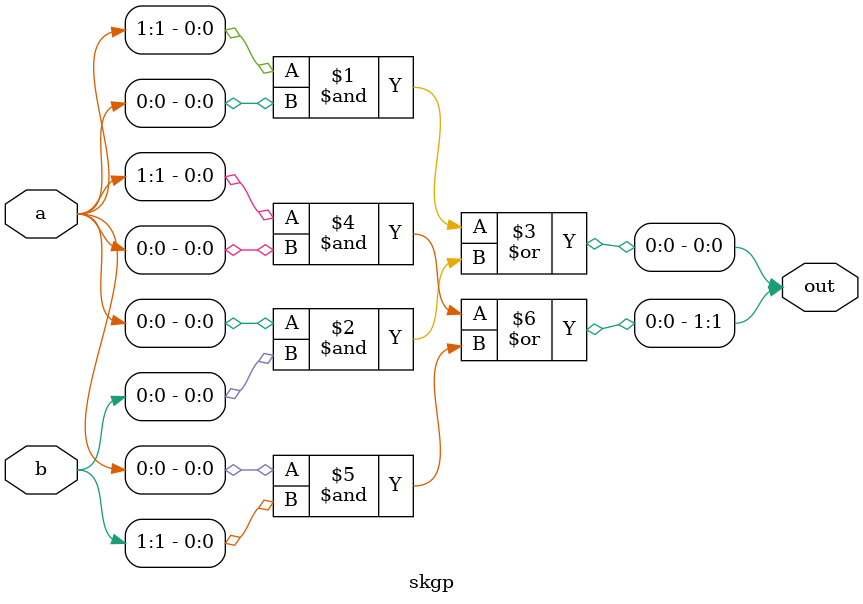
<source format=v>
module skgp(input[1:0] a,input[1:0] b,output[1:0] out);

assign out[0]=(a[1]&a[0]) | (a[0] &b[0]);
assign out[1]=(a[1]&a[0]) | (a[0] &b[1]);

endmodule
</source>
